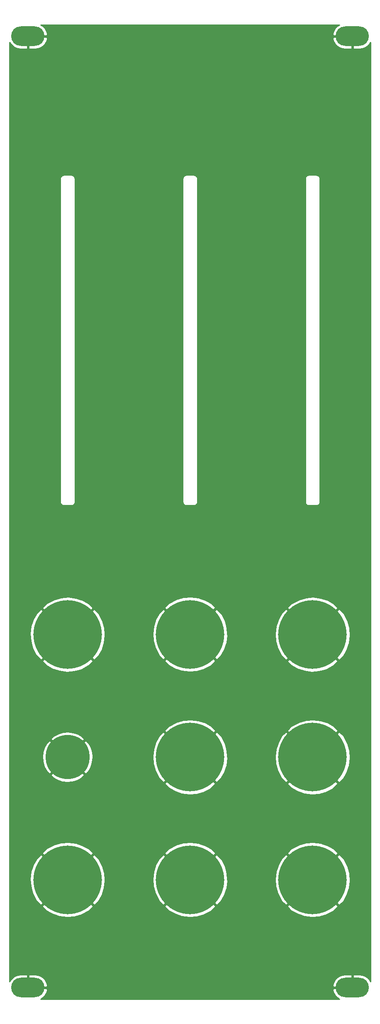
<source format=gtl>
G04 #@! TF.GenerationSoftware,KiCad,Pcbnew,6.0.1-79c1e3a40b~116~ubuntu20.04.1*
G04 #@! TF.CreationDate,2022-01-29T19:49:55-05:00*
G04 #@! TF.ProjectId,attenuverters_panel,61747465-6e75-4766-9572-746572735f70,rev?*
G04 #@! TF.SameCoordinates,Original*
G04 #@! TF.FileFunction,Copper,L1,Top*
G04 #@! TF.FilePolarity,Positive*
%FSLAX46Y46*%
G04 Gerber Fmt 4.6, Leading zero omitted, Abs format (unit mm)*
G04 Created by KiCad (PCBNEW 6.0.1-79c1e3a40b~116~ubuntu20.04.1) date 2022-01-29 19:49:55*
%MOMM*%
%LPD*%
G01*
G04 APERTURE LIST*
G04 #@! TA.AperFunction,ComponentPad*
%ADD10O,6.800000X4.000000*%
G04 #@! TD*
G04 #@! TA.AperFunction,ComponentPad*
%ADD11C,9.000000*%
G04 #@! TD*
G04 #@! TA.AperFunction,ComponentPad*
%ADD12C,14.000000*%
G04 #@! TD*
G04 #@! TA.AperFunction,Conductor*
%ADD13C,0.254000*%
G04 #@! TD*
G04 APERTURE END LIST*
D10*
G04 #@! TO.P,H12,1*
G04 #@! TO.N,GND*
X86700000Y-204600000D03*
X86700000Y-10600000D03*
G04 #@! TD*
D11*
G04 #@! TO.P,H7,1*
G04 #@! TO.N,GND*
X28600000Y-157600000D03*
G04 #@! TD*
D12*
G04 #@! TO.P,H1,1*
G04 #@! TO.N,GND*
X28600000Y-132600000D03*
G04 #@! TD*
D10*
G04 #@! TO.P,H9,1*
G04 #@! TO.N,GND*
X20500000Y-204600000D03*
X20500000Y-10600000D03*
G04 #@! TD*
D12*
G04 #@! TO.P,H2,1*
G04 #@! TO.N,GND*
X28600000Y-182600000D03*
G04 #@! TD*
G04 #@! TO.P,H3,1*
G04 #@! TO.N,GND*
X53600000Y-157600000D03*
G04 #@! TD*
G04 #@! TO.P,H4,1*
G04 #@! TO.N,GND*
X53600000Y-182600000D03*
G04 #@! TD*
G04 #@! TO.P,H5,1*
G04 #@! TO.N,GND*
X78600000Y-157600000D03*
G04 #@! TD*
G04 #@! TO.P,H6,1*
G04 #@! TO.N,GND*
X78600000Y-182600000D03*
G04 #@! TD*
G04 #@! TO.P,H13,1*
G04 #@! TO.N,GND*
X53600000Y-132568200D03*
G04 #@! TD*
G04 #@! TO.P,H14,1*
G04 #@! TO.N,GND*
X78600000Y-132600000D03*
G04 #@! TD*
G04 #@! TO.N,GND*
D13*
X83730475Y-8479635D02*
X83346970Y-8826576D01*
X83038519Y-9241669D01*
X82816975Y-9708962D01*
X82720333Y-10062838D01*
X82827009Y-10473000D01*
X86573000Y-10473000D01*
X86573000Y-10453000D01*
X86827000Y-10453000D01*
X86827000Y-10473000D01*
X86847000Y-10473000D01*
X86847000Y-10727000D01*
X86827000Y-10727000D01*
X86827000Y-13235000D01*
X88227000Y-13235000D01*
X88738623Y-13159593D01*
X89225704Y-12985822D01*
X89669525Y-12720365D01*
X90053030Y-12373424D01*
X90361481Y-11958331D01*
X90415001Y-11845444D01*
X90415000Y-203354554D01*
X90361481Y-203241669D01*
X90053030Y-202826576D01*
X89669525Y-202479635D01*
X89225704Y-202214178D01*
X88738623Y-202040407D01*
X88227000Y-201965000D01*
X86827000Y-201965000D01*
X86827000Y-204473000D01*
X86847000Y-204473000D01*
X86847000Y-204727000D01*
X86827000Y-204727000D01*
X86827000Y-204747000D01*
X86573000Y-204747000D01*
X86573000Y-204727000D01*
X82827009Y-204727000D01*
X82720333Y-205137162D01*
X82816975Y-205491038D01*
X83038519Y-205958331D01*
X83346970Y-206373424D01*
X83730475Y-206720365D01*
X84055888Y-206915000D01*
X23144112Y-206915000D01*
X23469525Y-206720365D01*
X23853030Y-206373424D01*
X24161481Y-205958331D01*
X24383025Y-205491038D01*
X24479667Y-205137162D01*
X24372991Y-204727000D01*
X20627000Y-204727000D01*
X20627000Y-204747000D01*
X20373000Y-204747000D01*
X20373000Y-204727000D01*
X20353000Y-204727000D01*
X20353000Y-204473000D01*
X20373000Y-204473000D01*
X20373000Y-201965000D01*
X20627000Y-201965000D01*
X20627000Y-204473000D01*
X24372991Y-204473000D01*
X24479667Y-204062838D01*
X82720333Y-204062838D01*
X82827009Y-204473000D01*
X86573000Y-204473000D01*
X86573000Y-201965000D01*
X85173000Y-201965000D01*
X84661377Y-202040407D01*
X84174296Y-202214178D01*
X83730475Y-202479635D01*
X83346970Y-202826576D01*
X83038519Y-203241669D01*
X82816975Y-203708962D01*
X82720333Y-204062838D01*
X24479667Y-204062838D01*
X24383025Y-203708962D01*
X24161481Y-203241669D01*
X23853030Y-202826576D01*
X23469525Y-202479635D01*
X23025704Y-202214178D01*
X22538623Y-202040407D01*
X22027000Y-201965000D01*
X20627000Y-201965000D01*
X20373000Y-201965000D01*
X18973000Y-201965000D01*
X18461377Y-202040407D01*
X17974296Y-202214178D01*
X17530475Y-202479635D01*
X17146970Y-202826576D01*
X16838519Y-203241669D01*
X16785000Y-203354554D01*
X16785000Y-188001674D01*
X23377932Y-188001674D01*
X24193908Y-188880530D01*
X25503840Y-189619437D01*
X26932756Y-190088591D01*
X28425743Y-190269963D01*
X29925428Y-190156583D01*
X31374176Y-189752807D01*
X32716314Y-189074153D01*
X33006092Y-188880530D01*
X33822068Y-188001674D01*
X48377932Y-188001674D01*
X49193908Y-188880530D01*
X50503840Y-189619437D01*
X51932756Y-190088591D01*
X53425743Y-190269963D01*
X54925428Y-190156583D01*
X56374176Y-189752807D01*
X57716314Y-189074153D01*
X58006092Y-188880530D01*
X58822068Y-188001674D01*
X73377932Y-188001674D01*
X74193908Y-188880530D01*
X75503840Y-189619437D01*
X76932756Y-190088591D01*
X78425743Y-190269963D01*
X79925428Y-190156583D01*
X81374176Y-189752807D01*
X82716314Y-189074153D01*
X83006092Y-188880530D01*
X83822068Y-188001674D01*
X78600000Y-182779605D01*
X73377932Y-188001674D01*
X58822068Y-188001674D01*
X53600000Y-182779605D01*
X48377932Y-188001674D01*
X33822068Y-188001674D01*
X28600000Y-182779605D01*
X23377932Y-188001674D01*
X16785000Y-188001674D01*
X16785000Y-182425743D01*
X20930037Y-182425743D01*
X21043417Y-183925428D01*
X21447193Y-185374176D01*
X22125847Y-186716314D01*
X22319470Y-187006092D01*
X23198326Y-187822068D01*
X28420395Y-182600000D01*
X28779605Y-182600000D01*
X34001674Y-187822068D01*
X34880530Y-187006092D01*
X35619437Y-185696160D01*
X36088591Y-184267244D01*
X36269963Y-182774257D01*
X36243615Y-182425743D01*
X45930037Y-182425743D01*
X46043417Y-183925428D01*
X46447193Y-185374176D01*
X47125847Y-186716314D01*
X47319470Y-187006092D01*
X48198326Y-187822068D01*
X53420395Y-182600000D01*
X53779605Y-182600000D01*
X59001674Y-187822068D01*
X59880530Y-187006092D01*
X60619437Y-185696160D01*
X61088591Y-184267244D01*
X61269963Y-182774257D01*
X61243615Y-182425743D01*
X70930037Y-182425743D01*
X71043417Y-183925428D01*
X71447193Y-185374176D01*
X72125847Y-186716314D01*
X72319470Y-187006092D01*
X73198326Y-187822068D01*
X78420395Y-182600000D01*
X78779605Y-182600000D01*
X84001674Y-187822068D01*
X84880530Y-187006092D01*
X85619437Y-185696160D01*
X86088591Y-184267244D01*
X86269963Y-182774257D01*
X86156583Y-181274572D01*
X85752807Y-179825824D01*
X85074153Y-178483686D01*
X84880530Y-178193908D01*
X84001674Y-177377932D01*
X78779605Y-182600000D01*
X78420395Y-182600000D01*
X73198326Y-177377932D01*
X72319470Y-178193908D01*
X71580563Y-179503840D01*
X71111409Y-180932756D01*
X70930037Y-182425743D01*
X61243615Y-182425743D01*
X61156583Y-181274572D01*
X60752807Y-179825824D01*
X60074153Y-178483686D01*
X59880530Y-178193908D01*
X59001674Y-177377932D01*
X53779605Y-182600000D01*
X53420395Y-182600000D01*
X48198326Y-177377932D01*
X47319470Y-178193908D01*
X46580563Y-179503840D01*
X46111409Y-180932756D01*
X45930037Y-182425743D01*
X36243615Y-182425743D01*
X36156583Y-181274572D01*
X35752807Y-179825824D01*
X35074153Y-178483686D01*
X34880530Y-178193908D01*
X34001674Y-177377932D01*
X28779605Y-182600000D01*
X28420395Y-182600000D01*
X23198326Y-177377932D01*
X22319470Y-178193908D01*
X21580563Y-179503840D01*
X21111409Y-180932756D01*
X20930037Y-182425743D01*
X16785000Y-182425743D01*
X16785000Y-177198326D01*
X23377932Y-177198326D01*
X28600000Y-182420395D01*
X33822068Y-177198326D01*
X48377932Y-177198326D01*
X53600000Y-182420395D01*
X58822068Y-177198326D01*
X73377932Y-177198326D01*
X78600000Y-182420395D01*
X83822068Y-177198326D01*
X83006092Y-176319470D01*
X81696160Y-175580563D01*
X80267244Y-175111409D01*
X78774257Y-174930037D01*
X77274572Y-175043417D01*
X75825824Y-175447193D01*
X74483686Y-176125847D01*
X74193908Y-176319470D01*
X73377932Y-177198326D01*
X58822068Y-177198326D01*
X58006092Y-176319470D01*
X56696160Y-175580563D01*
X55267244Y-175111409D01*
X53774257Y-174930037D01*
X52274572Y-175043417D01*
X50825824Y-175447193D01*
X49483686Y-176125847D01*
X49193908Y-176319470D01*
X48377932Y-177198326D01*
X33822068Y-177198326D01*
X33006092Y-176319470D01*
X31696160Y-175580563D01*
X30267244Y-175111409D01*
X28774257Y-174930037D01*
X27274572Y-175043417D01*
X25825824Y-175447193D01*
X24483686Y-176125847D01*
X24193908Y-176319470D01*
X23377932Y-177198326D01*
X16785000Y-177198326D01*
X16785000Y-163001674D01*
X48377932Y-163001674D01*
X49193908Y-163880530D01*
X50503840Y-164619437D01*
X51932756Y-165088591D01*
X53425743Y-165269963D01*
X54925428Y-165156583D01*
X56374176Y-164752807D01*
X57716314Y-164074153D01*
X58006092Y-163880530D01*
X58822068Y-163001674D01*
X73377932Y-163001674D01*
X74193908Y-163880530D01*
X75503840Y-164619437D01*
X76932756Y-165088591D01*
X78425743Y-165269963D01*
X79925428Y-165156583D01*
X81374176Y-164752807D01*
X82716314Y-164074153D01*
X83006092Y-163880530D01*
X83822068Y-163001674D01*
X78600000Y-157779605D01*
X73377932Y-163001674D01*
X58822068Y-163001674D01*
X53600000Y-157779605D01*
X48377932Y-163001674D01*
X16785000Y-163001674D01*
X16785000Y-161224971D01*
X25154634Y-161224971D01*
X25670783Y-161847788D01*
X26555768Y-162337630D01*
X27519314Y-162645407D01*
X28524389Y-162759293D01*
X29532370Y-162674910D01*
X30504520Y-162395501D01*
X31403481Y-161931803D01*
X31529217Y-161847788D01*
X32045366Y-161224971D01*
X28600000Y-157779605D01*
X25154634Y-161224971D01*
X16785000Y-161224971D01*
X16785000Y-157524389D01*
X23440707Y-157524389D01*
X23525090Y-158532370D01*
X23804499Y-159504520D01*
X24268197Y-160403481D01*
X24352212Y-160529217D01*
X24975029Y-161045366D01*
X28420395Y-157600000D01*
X28779605Y-157600000D01*
X32224971Y-161045366D01*
X32847788Y-160529217D01*
X33337630Y-159644232D01*
X33645407Y-158680686D01*
X33759293Y-157675611D01*
X33738376Y-157425743D01*
X45930037Y-157425743D01*
X46043417Y-158925428D01*
X46447193Y-160374176D01*
X47125847Y-161716314D01*
X47319470Y-162006092D01*
X48198326Y-162822068D01*
X53420395Y-157600000D01*
X53779605Y-157600000D01*
X59001674Y-162822068D01*
X59880530Y-162006092D01*
X60619437Y-160696160D01*
X61088591Y-159267244D01*
X61269963Y-157774257D01*
X61243615Y-157425743D01*
X70930037Y-157425743D01*
X71043417Y-158925428D01*
X71447193Y-160374176D01*
X72125847Y-161716314D01*
X72319470Y-162006092D01*
X73198326Y-162822068D01*
X78420395Y-157600000D01*
X78779605Y-157600000D01*
X84001674Y-162822068D01*
X84880530Y-162006092D01*
X85619437Y-160696160D01*
X86088591Y-159267244D01*
X86269963Y-157774257D01*
X86156583Y-156274572D01*
X85752807Y-154825824D01*
X85074153Y-153483686D01*
X84880530Y-153193908D01*
X84001674Y-152377932D01*
X78779605Y-157600000D01*
X78420395Y-157600000D01*
X73198326Y-152377932D01*
X72319470Y-153193908D01*
X71580563Y-154503840D01*
X71111409Y-155932756D01*
X70930037Y-157425743D01*
X61243615Y-157425743D01*
X61156583Y-156274572D01*
X60752807Y-154825824D01*
X60074153Y-153483686D01*
X59880530Y-153193908D01*
X59001674Y-152377932D01*
X53779605Y-157600000D01*
X53420395Y-157600000D01*
X48198326Y-152377932D01*
X47319470Y-153193908D01*
X46580563Y-154503840D01*
X46111409Y-155932756D01*
X45930037Y-157425743D01*
X33738376Y-157425743D01*
X33674910Y-156667630D01*
X33395501Y-155695480D01*
X32931803Y-154796519D01*
X32847788Y-154670783D01*
X32224971Y-154154634D01*
X28779605Y-157600000D01*
X28420395Y-157600000D01*
X24975029Y-154154634D01*
X24352212Y-154670783D01*
X23862370Y-155555768D01*
X23554593Y-156519314D01*
X23440707Y-157524389D01*
X16785000Y-157524389D01*
X16785000Y-153975029D01*
X25154634Y-153975029D01*
X28600000Y-157420395D01*
X32045366Y-153975029D01*
X31529217Y-153352212D01*
X30644232Y-152862370D01*
X29680686Y-152554593D01*
X28675611Y-152440707D01*
X27667630Y-152525090D01*
X26695480Y-152804499D01*
X25796519Y-153268197D01*
X25670783Y-153352212D01*
X25154634Y-153975029D01*
X16785000Y-153975029D01*
X16785000Y-152198326D01*
X48377932Y-152198326D01*
X53600000Y-157420395D01*
X58822068Y-152198326D01*
X73377932Y-152198326D01*
X78600000Y-157420395D01*
X83822068Y-152198326D01*
X83006092Y-151319470D01*
X81696160Y-150580563D01*
X80267244Y-150111409D01*
X78774257Y-149930037D01*
X77274572Y-150043417D01*
X75825824Y-150447193D01*
X74483686Y-151125847D01*
X74193908Y-151319470D01*
X73377932Y-152198326D01*
X58822068Y-152198326D01*
X58006092Y-151319470D01*
X56696160Y-150580563D01*
X55267244Y-150111409D01*
X53774257Y-149930037D01*
X52274572Y-150043417D01*
X50825824Y-150447193D01*
X49483686Y-151125847D01*
X49193908Y-151319470D01*
X48377932Y-152198326D01*
X16785000Y-152198326D01*
X16785000Y-138001674D01*
X23377932Y-138001674D01*
X24193908Y-138880530D01*
X25503840Y-139619437D01*
X26932756Y-140088591D01*
X28425743Y-140269963D01*
X29925428Y-140156583D01*
X31374176Y-139752807D01*
X32716314Y-139074153D01*
X33006092Y-138880530D01*
X33822068Y-138001674D01*
X33790269Y-137969874D01*
X48377932Y-137969874D01*
X49193908Y-138848730D01*
X50503840Y-139587637D01*
X51932756Y-140056791D01*
X53425743Y-140238163D01*
X54925428Y-140124783D01*
X56374176Y-139721007D01*
X57716314Y-139042353D01*
X58006092Y-138848730D01*
X58792543Y-138001674D01*
X73377932Y-138001674D01*
X74193908Y-138880530D01*
X75503840Y-139619437D01*
X76932756Y-140088591D01*
X78425743Y-140269963D01*
X79925428Y-140156583D01*
X81374176Y-139752807D01*
X82716314Y-139074153D01*
X83006092Y-138880530D01*
X83822068Y-138001674D01*
X78600000Y-132779605D01*
X73377932Y-138001674D01*
X58792543Y-138001674D01*
X58822068Y-137969874D01*
X53600000Y-132747805D01*
X48377932Y-137969874D01*
X33790269Y-137969874D01*
X28600000Y-132779605D01*
X23377932Y-138001674D01*
X16785000Y-138001674D01*
X16785000Y-132425743D01*
X20930037Y-132425743D01*
X21043417Y-133925428D01*
X21447193Y-135374176D01*
X22125847Y-136716314D01*
X22319470Y-137006092D01*
X23198326Y-137822068D01*
X28420395Y-132600000D01*
X28779605Y-132600000D01*
X34001674Y-137822068D01*
X34880530Y-137006092D01*
X35619437Y-135696160D01*
X36088591Y-134267244D01*
X36269963Y-132774257D01*
X36241211Y-132393943D01*
X45930037Y-132393943D01*
X46043417Y-133893628D01*
X46447193Y-135342376D01*
X47125847Y-136684514D01*
X47319470Y-136974292D01*
X48198326Y-137790268D01*
X53420395Y-132568200D01*
X53779605Y-132568200D01*
X59001674Y-137790268D01*
X59880530Y-136974292D01*
X60619437Y-135664360D01*
X61088591Y-134235444D01*
X61269963Y-132742457D01*
X61246019Y-132425743D01*
X70930037Y-132425743D01*
X71043417Y-133925428D01*
X71447193Y-135374176D01*
X72125847Y-136716314D01*
X72319470Y-137006092D01*
X73198326Y-137822068D01*
X78420395Y-132600000D01*
X78779605Y-132600000D01*
X84001674Y-137822068D01*
X84880530Y-137006092D01*
X85619437Y-135696160D01*
X86088591Y-134267244D01*
X86269963Y-132774257D01*
X86156583Y-131274572D01*
X85752807Y-129825824D01*
X85074153Y-128483686D01*
X84880530Y-128193908D01*
X84001674Y-127377932D01*
X78779605Y-132600000D01*
X78420395Y-132600000D01*
X73198326Y-127377932D01*
X72319470Y-128193908D01*
X71580563Y-129503840D01*
X71111409Y-130932756D01*
X70930037Y-132425743D01*
X61246019Y-132425743D01*
X61156583Y-131242772D01*
X60752807Y-129794024D01*
X60074153Y-128451886D01*
X59880530Y-128162108D01*
X59001674Y-127346132D01*
X53779605Y-132568200D01*
X53420395Y-132568200D01*
X48198326Y-127346132D01*
X47319470Y-128162108D01*
X46580563Y-129472040D01*
X46111409Y-130900956D01*
X45930037Y-132393943D01*
X36241211Y-132393943D01*
X36156583Y-131274572D01*
X35752807Y-129825824D01*
X35074153Y-128483686D01*
X34880530Y-128193908D01*
X34001674Y-127377932D01*
X28779605Y-132600000D01*
X28420395Y-132600000D01*
X23198326Y-127377932D01*
X22319470Y-128193908D01*
X21580563Y-129503840D01*
X21111409Y-130932756D01*
X20930037Y-132425743D01*
X16785000Y-132425743D01*
X16785000Y-127198326D01*
X23377932Y-127198326D01*
X28600000Y-132420395D01*
X33822068Y-127198326D01*
X33792544Y-127166526D01*
X48377932Y-127166526D01*
X53600000Y-132388595D01*
X58790268Y-127198326D01*
X73377932Y-127198326D01*
X78600000Y-132420395D01*
X83822068Y-127198326D01*
X83006092Y-126319470D01*
X81696160Y-125580563D01*
X80267244Y-125111409D01*
X78774257Y-124930037D01*
X77274572Y-125043417D01*
X75825824Y-125447193D01*
X74483686Y-126125847D01*
X74193908Y-126319470D01*
X73377932Y-127198326D01*
X58790268Y-127198326D01*
X58822068Y-127166526D01*
X58006092Y-126287670D01*
X56696160Y-125548763D01*
X55267244Y-125079609D01*
X53774257Y-124898237D01*
X52274572Y-125011617D01*
X50825824Y-125415393D01*
X49483686Y-126094047D01*
X49193908Y-126287670D01*
X48377932Y-127166526D01*
X33792544Y-127166526D01*
X33006092Y-126319470D01*
X31696160Y-125580563D01*
X30267244Y-125111409D01*
X28774257Y-124930037D01*
X27274572Y-125043417D01*
X25825824Y-125447193D01*
X24483686Y-126125847D01*
X24193908Y-126319470D01*
X23377932Y-127198326D01*
X16785000Y-127198326D01*
X16785000Y-39600000D01*
X27101638Y-39600000D01*
X27105001Y-39634145D01*
X27105000Y-105565865D01*
X27101638Y-105600000D01*
X27115057Y-105736244D01*
X27154798Y-105867252D01*
X27219333Y-105987989D01*
X27306183Y-106093817D01*
X27412011Y-106180667D01*
X27532748Y-106245202D01*
X27663756Y-106284943D01*
X27800000Y-106298362D01*
X27834134Y-106295000D01*
X29365866Y-106295000D01*
X29400000Y-106298362D01*
X29536244Y-106284943D01*
X29667252Y-106245202D01*
X29787989Y-106180667D01*
X29893817Y-106093817D01*
X29980667Y-105987989D01*
X30045202Y-105867252D01*
X30084943Y-105736244D01*
X30095000Y-105634135D01*
X30095000Y-105634134D01*
X30098362Y-105600000D01*
X30095000Y-105565865D01*
X30095000Y-39634135D01*
X30098362Y-39600000D01*
X52101638Y-39600000D01*
X52105001Y-39634145D01*
X52105000Y-105565865D01*
X52101638Y-105600000D01*
X52115057Y-105736244D01*
X52154798Y-105867252D01*
X52219333Y-105987989D01*
X52306183Y-106093817D01*
X52412011Y-106180667D01*
X52532748Y-106245202D01*
X52663756Y-106284943D01*
X52800000Y-106298362D01*
X52834134Y-106295000D01*
X54365866Y-106295000D01*
X54400000Y-106298362D01*
X54536244Y-106284943D01*
X54667252Y-106245202D01*
X54787989Y-106180667D01*
X54893817Y-106093817D01*
X54980667Y-105987989D01*
X55045202Y-105867252D01*
X55084943Y-105736244D01*
X55095000Y-105634135D01*
X55095000Y-105634134D01*
X55098362Y-105600000D01*
X55095000Y-105565865D01*
X55095000Y-39634135D01*
X55098362Y-39600000D01*
X77101638Y-39600000D01*
X77105001Y-39634145D01*
X77105000Y-105565865D01*
X77101638Y-105600000D01*
X77115057Y-105736244D01*
X77154798Y-105867252D01*
X77219333Y-105987989D01*
X77306183Y-106093817D01*
X77412011Y-106180667D01*
X77532748Y-106245202D01*
X77663756Y-106284943D01*
X77800000Y-106298362D01*
X77834134Y-106295000D01*
X79365866Y-106295000D01*
X79400000Y-106298362D01*
X79536244Y-106284943D01*
X79667252Y-106245202D01*
X79787989Y-106180667D01*
X79893817Y-106093817D01*
X79980667Y-105987989D01*
X80045202Y-105867252D01*
X80084943Y-105736244D01*
X80095000Y-105634135D01*
X80095000Y-105634134D01*
X80098362Y-105600000D01*
X80095000Y-105565865D01*
X80095000Y-39634135D01*
X80098362Y-39600000D01*
X80084943Y-39463756D01*
X80045202Y-39332748D01*
X79980667Y-39212011D01*
X79893817Y-39106183D01*
X79787989Y-39019333D01*
X79667252Y-38954798D01*
X79536244Y-38915057D01*
X79434135Y-38905000D01*
X79434134Y-38905000D01*
X79400000Y-38901638D01*
X79365865Y-38905000D01*
X77834135Y-38905000D01*
X77800000Y-38901638D01*
X77765866Y-38905000D01*
X77765865Y-38905000D01*
X77663756Y-38915057D01*
X77532748Y-38954798D01*
X77412011Y-39019333D01*
X77306183Y-39106183D01*
X77219333Y-39212011D01*
X77154798Y-39332748D01*
X77115057Y-39463756D01*
X77101638Y-39600000D01*
X55098362Y-39600000D01*
X55084943Y-39463756D01*
X55045202Y-39332748D01*
X54980667Y-39212011D01*
X54893817Y-39106183D01*
X54787989Y-39019333D01*
X54667252Y-38954798D01*
X54536244Y-38915057D01*
X54434135Y-38905000D01*
X54434134Y-38905000D01*
X54400000Y-38901638D01*
X54365865Y-38905000D01*
X52834135Y-38905000D01*
X52800000Y-38901638D01*
X52765866Y-38905000D01*
X52765865Y-38905000D01*
X52663756Y-38915057D01*
X52532748Y-38954798D01*
X52412011Y-39019333D01*
X52306183Y-39106183D01*
X52219333Y-39212011D01*
X52154798Y-39332748D01*
X52115057Y-39463756D01*
X52101638Y-39600000D01*
X30098362Y-39600000D01*
X30084943Y-39463756D01*
X30045202Y-39332748D01*
X29980667Y-39212011D01*
X29893817Y-39106183D01*
X29787989Y-39019333D01*
X29667252Y-38954798D01*
X29536244Y-38915057D01*
X29434135Y-38905000D01*
X29434134Y-38905000D01*
X29400000Y-38901638D01*
X29365865Y-38905000D01*
X27834135Y-38905000D01*
X27800000Y-38901638D01*
X27765866Y-38905000D01*
X27765865Y-38905000D01*
X27663756Y-38915057D01*
X27532748Y-38954798D01*
X27412011Y-39019333D01*
X27306183Y-39106183D01*
X27219333Y-39212011D01*
X27154798Y-39332748D01*
X27115057Y-39463756D01*
X27101638Y-39600000D01*
X16785000Y-39600000D01*
X16785000Y-11845446D01*
X16838519Y-11958331D01*
X17146970Y-12373424D01*
X17530475Y-12720365D01*
X17974296Y-12985822D01*
X18461377Y-13159593D01*
X18973000Y-13235000D01*
X20373000Y-13235000D01*
X20373000Y-10727000D01*
X20627000Y-10727000D01*
X20627000Y-13235000D01*
X22027000Y-13235000D01*
X22538623Y-13159593D01*
X23025704Y-12985822D01*
X23469525Y-12720365D01*
X23853030Y-12373424D01*
X24161481Y-11958331D01*
X24383025Y-11491038D01*
X24479667Y-11137162D01*
X82720333Y-11137162D01*
X82816975Y-11491038D01*
X83038519Y-11958331D01*
X83346970Y-12373424D01*
X83730475Y-12720365D01*
X84174296Y-12985822D01*
X84661377Y-13159593D01*
X85173000Y-13235000D01*
X86573000Y-13235000D01*
X86573000Y-10727000D01*
X82827009Y-10727000D01*
X82720333Y-11137162D01*
X24479667Y-11137162D01*
X24372991Y-10727000D01*
X20627000Y-10727000D01*
X20373000Y-10727000D01*
X20353000Y-10727000D01*
X20353000Y-10473000D01*
X20373000Y-10473000D01*
X20373000Y-10453000D01*
X20627000Y-10453000D01*
X20627000Y-10473000D01*
X24372991Y-10473000D01*
X24479667Y-10062838D01*
X24383025Y-9708962D01*
X24161481Y-9241669D01*
X23853030Y-8826576D01*
X23469525Y-8479635D01*
X23144112Y-8285000D01*
X84055888Y-8285000D01*
X83730475Y-8479635D02*
X84055888Y-8285000D01*
G04 #@! TA.AperFunction,Conductor*
G36*
X83730475Y-8479635D02*
G01*
X83346970Y-8826576D01*
X83038519Y-9241669D01*
X82816975Y-9708962D01*
X82720333Y-10062838D01*
X82827009Y-10473000D01*
X86573000Y-10473000D01*
X86573000Y-10453000D01*
X86827000Y-10453000D01*
X86827000Y-10473000D01*
X86847000Y-10473000D01*
X86847000Y-10727000D01*
X86827000Y-10727000D01*
X86827000Y-13235000D01*
X88227000Y-13235000D01*
X88738623Y-13159593D01*
X89225704Y-12985822D01*
X89669525Y-12720365D01*
X90053030Y-12373424D01*
X90361481Y-11958331D01*
X90415001Y-11845444D01*
X90415000Y-203354554D01*
X90361481Y-203241669D01*
X90053030Y-202826576D01*
X89669525Y-202479635D01*
X89225704Y-202214178D01*
X88738623Y-202040407D01*
X88227000Y-201965000D01*
X86827000Y-201965000D01*
X86827000Y-204473000D01*
X86847000Y-204473000D01*
X86847000Y-204727000D01*
X86827000Y-204727000D01*
X86827000Y-204747000D01*
X86573000Y-204747000D01*
X86573000Y-204727000D01*
X82827009Y-204727000D01*
X82720333Y-205137162D01*
X82816975Y-205491038D01*
X83038519Y-205958331D01*
X83346970Y-206373424D01*
X83730475Y-206720365D01*
X84055888Y-206915000D01*
X23144112Y-206915000D01*
X23469525Y-206720365D01*
X23853030Y-206373424D01*
X24161481Y-205958331D01*
X24383025Y-205491038D01*
X24479667Y-205137162D01*
X24372991Y-204727000D01*
X20627000Y-204727000D01*
X20627000Y-204747000D01*
X20373000Y-204747000D01*
X20373000Y-204727000D01*
X20353000Y-204727000D01*
X20353000Y-204473000D01*
X20373000Y-204473000D01*
X20373000Y-201965000D01*
X20627000Y-201965000D01*
X20627000Y-204473000D01*
X24372991Y-204473000D01*
X24479667Y-204062838D01*
X82720333Y-204062838D01*
X82827009Y-204473000D01*
X86573000Y-204473000D01*
X86573000Y-201965000D01*
X85173000Y-201965000D01*
X84661377Y-202040407D01*
X84174296Y-202214178D01*
X83730475Y-202479635D01*
X83346970Y-202826576D01*
X83038519Y-203241669D01*
X82816975Y-203708962D01*
X82720333Y-204062838D01*
X24479667Y-204062838D01*
X24383025Y-203708962D01*
X24161481Y-203241669D01*
X23853030Y-202826576D01*
X23469525Y-202479635D01*
X23025704Y-202214178D01*
X22538623Y-202040407D01*
X22027000Y-201965000D01*
X20627000Y-201965000D01*
X20373000Y-201965000D01*
X18973000Y-201965000D01*
X18461377Y-202040407D01*
X17974296Y-202214178D01*
X17530475Y-202479635D01*
X17146970Y-202826576D01*
X16838519Y-203241669D01*
X16785000Y-203354554D01*
X16785000Y-188001674D01*
X23377932Y-188001674D01*
X24193908Y-188880530D01*
X25503840Y-189619437D01*
X26932756Y-190088591D01*
X28425743Y-190269963D01*
X29925428Y-190156583D01*
X31374176Y-189752807D01*
X32716314Y-189074153D01*
X33006092Y-188880530D01*
X33822068Y-188001674D01*
X48377932Y-188001674D01*
X49193908Y-188880530D01*
X50503840Y-189619437D01*
X51932756Y-190088591D01*
X53425743Y-190269963D01*
X54925428Y-190156583D01*
X56374176Y-189752807D01*
X57716314Y-189074153D01*
X58006092Y-188880530D01*
X58822068Y-188001674D01*
X73377932Y-188001674D01*
X74193908Y-188880530D01*
X75503840Y-189619437D01*
X76932756Y-190088591D01*
X78425743Y-190269963D01*
X79925428Y-190156583D01*
X81374176Y-189752807D01*
X82716314Y-189074153D01*
X83006092Y-188880530D01*
X83822068Y-188001674D01*
X78600000Y-182779605D01*
X73377932Y-188001674D01*
X58822068Y-188001674D01*
X53600000Y-182779605D01*
X48377932Y-188001674D01*
X33822068Y-188001674D01*
X28600000Y-182779605D01*
X23377932Y-188001674D01*
X16785000Y-188001674D01*
X16785000Y-182425743D01*
X20930037Y-182425743D01*
X21043417Y-183925428D01*
X21447193Y-185374176D01*
X22125847Y-186716314D01*
X22319470Y-187006092D01*
X23198326Y-187822068D01*
X28420395Y-182600000D01*
X28779605Y-182600000D01*
X34001674Y-187822068D01*
X34880530Y-187006092D01*
X35619437Y-185696160D01*
X36088591Y-184267244D01*
X36269963Y-182774257D01*
X36243615Y-182425743D01*
X45930037Y-182425743D01*
X46043417Y-183925428D01*
X46447193Y-185374176D01*
X47125847Y-186716314D01*
X47319470Y-187006092D01*
X48198326Y-187822068D01*
X53420395Y-182600000D01*
X53779605Y-182600000D01*
X59001674Y-187822068D01*
X59880530Y-187006092D01*
X60619437Y-185696160D01*
X61088591Y-184267244D01*
X61269963Y-182774257D01*
X61243615Y-182425743D01*
X70930037Y-182425743D01*
X71043417Y-183925428D01*
X71447193Y-185374176D01*
X72125847Y-186716314D01*
X72319470Y-187006092D01*
X73198326Y-187822068D01*
X78420395Y-182600000D01*
X78779605Y-182600000D01*
X84001674Y-187822068D01*
X84880530Y-187006092D01*
X85619437Y-185696160D01*
X86088591Y-184267244D01*
X86269963Y-182774257D01*
X86156583Y-181274572D01*
X85752807Y-179825824D01*
X85074153Y-178483686D01*
X84880530Y-178193908D01*
X84001674Y-177377932D01*
X78779605Y-182600000D01*
X78420395Y-182600000D01*
X73198326Y-177377932D01*
X72319470Y-178193908D01*
X71580563Y-179503840D01*
X71111409Y-180932756D01*
X70930037Y-182425743D01*
X61243615Y-182425743D01*
X61156583Y-181274572D01*
X60752807Y-179825824D01*
X60074153Y-178483686D01*
X59880530Y-178193908D01*
X59001674Y-177377932D01*
X53779605Y-182600000D01*
X53420395Y-182600000D01*
X48198326Y-177377932D01*
X47319470Y-178193908D01*
X46580563Y-179503840D01*
X46111409Y-180932756D01*
X45930037Y-182425743D01*
X36243615Y-182425743D01*
X36156583Y-181274572D01*
X35752807Y-179825824D01*
X35074153Y-178483686D01*
X34880530Y-178193908D01*
X34001674Y-177377932D01*
X28779605Y-182600000D01*
X28420395Y-182600000D01*
X23198326Y-177377932D01*
X22319470Y-178193908D01*
X21580563Y-179503840D01*
X21111409Y-180932756D01*
X20930037Y-182425743D01*
X16785000Y-182425743D01*
X16785000Y-177198326D01*
X23377932Y-177198326D01*
X28600000Y-182420395D01*
X33822068Y-177198326D01*
X48377932Y-177198326D01*
X53600000Y-182420395D01*
X58822068Y-177198326D01*
X73377932Y-177198326D01*
X78600000Y-182420395D01*
X83822068Y-177198326D01*
X83006092Y-176319470D01*
X81696160Y-175580563D01*
X80267244Y-175111409D01*
X78774257Y-174930037D01*
X77274572Y-175043417D01*
X75825824Y-175447193D01*
X74483686Y-176125847D01*
X74193908Y-176319470D01*
X73377932Y-177198326D01*
X58822068Y-177198326D01*
X58006092Y-176319470D01*
X56696160Y-175580563D01*
X55267244Y-175111409D01*
X53774257Y-174930037D01*
X52274572Y-175043417D01*
X50825824Y-175447193D01*
X49483686Y-176125847D01*
X49193908Y-176319470D01*
X48377932Y-177198326D01*
X33822068Y-177198326D01*
X33006092Y-176319470D01*
X31696160Y-175580563D01*
X30267244Y-175111409D01*
X28774257Y-174930037D01*
X27274572Y-175043417D01*
X25825824Y-175447193D01*
X24483686Y-176125847D01*
X24193908Y-176319470D01*
X23377932Y-177198326D01*
X16785000Y-177198326D01*
X16785000Y-163001674D01*
X48377932Y-163001674D01*
X49193908Y-163880530D01*
X50503840Y-164619437D01*
X51932756Y-165088591D01*
X53425743Y-165269963D01*
X54925428Y-165156583D01*
X56374176Y-164752807D01*
X57716314Y-164074153D01*
X58006092Y-163880530D01*
X58822068Y-163001674D01*
X73377932Y-163001674D01*
X74193908Y-163880530D01*
X75503840Y-164619437D01*
X76932756Y-165088591D01*
X78425743Y-165269963D01*
X79925428Y-165156583D01*
X81374176Y-164752807D01*
X82716314Y-164074153D01*
X83006092Y-163880530D01*
X83822068Y-163001674D01*
X78600000Y-157779605D01*
X73377932Y-163001674D01*
X58822068Y-163001674D01*
X53600000Y-157779605D01*
X48377932Y-163001674D01*
X16785000Y-163001674D01*
X16785000Y-161224971D01*
X25154634Y-161224971D01*
X25670783Y-161847788D01*
X26555768Y-162337630D01*
X27519314Y-162645407D01*
X28524389Y-162759293D01*
X29532370Y-162674910D01*
X30504520Y-162395501D01*
X31403481Y-161931803D01*
X31529217Y-161847788D01*
X32045366Y-161224971D01*
X28600000Y-157779605D01*
X25154634Y-161224971D01*
X16785000Y-161224971D01*
X16785000Y-157524389D01*
X23440707Y-157524389D01*
X23525090Y-158532370D01*
X23804499Y-159504520D01*
X24268197Y-160403481D01*
X24352212Y-160529217D01*
X24975029Y-161045366D01*
X28420395Y-157600000D01*
X28779605Y-157600000D01*
X32224971Y-161045366D01*
X32847788Y-160529217D01*
X33337630Y-159644232D01*
X33645407Y-158680686D01*
X33759293Y-157675611D01*
X33738376Y-157425743D01*
X45930037Y-157425743D01*
X46043417Y-158925428D01*
X46447193Y-160374176D01*
X47125847Y-161716314D01*
X47319470Y-162006092D01*
X48198326Y-162822068D01*
X53420395Y-157600000D01*
X53779605Y-157600000D01*
X59001674Y-162822068D01*
X59880530Y-162006092D01*
X60619437Y-160696160D01*
X61088591Y-159267244D01*
X61269963Y-157774257D01*
X61243615Y-157425743D01*
X70930037Y-157425743D01*
X71043417Y-158925428D01*
X71447193Y-160374176D01*
X72125847Y-161716314D01*
X72319470Y-162006092D01*
X73198326Y-162822068D01*
X78420395Y-157600000D01*
X78779605Y-157600000D01*
X84001674Y-162822068D01*
X84880530Y-162006092D01*
X85619437Y-160696160D01*
X86088591Y-159267244D01*
X86269963Y-157774257D01*
X86156583Y-156274572D01*
X85752807Y-154825824D01*
X85074153Y-153483686D01*
X84880530Y-153193908D01*
X84001674Y-152377932D01*
X78779605Y-157600000D01*
X78420395Y-157600000D01*
X73198326Y-152377932D01*
X72319470Y-153193908D01*
X71580563Y-154503840D01*
X71111409Y-155932756D01*
X70930037Y-157425743D01*
X61243615Y-157425743D01*
X61156583Y-156274572D01*
X60752807Y-154825824D01*
X60074153Y-153483686D01*
X59880530Y-153193908D01*
X59001674Y-152377932D01*
X53779605Y-157600000D01*
X53420395Y-157600000D01*
X48198326Y-152377932D01*
X47319470Y-153193908D01*
X46580563Y-154503840D01*
X46111409Y-155932756D01*
X45930037Y-157425743D01*
X33738376Y-157425743D01*
X33674910Y-156667630D01*
X33395501Y-155695480D01*
X32931803Y-154796519D01*
X32847788Y-154670783D01*
X32224971Y-154154634D01*
X28779605Y-157600000D01*
X28420395Y-157600000D01*
X24975029Y-154154634D01*
X24352212Y-154670783D01*
X23862370Y-155555768D01*
X23554593Y-156519314D01*
X23440707Y-157524389D01*
X16785000Y-157524389D01*
X16785000Y-153975029D01*
X25154634Y-153975029D01*
X28600000Y-157420395D01*
X32045366Y-153975029D01*
X31529217Y-153352212D01*
X30644232Y-152862370D01*
X29680686Y-152554593D01*
X28675611Y-152440707D01*
X27667630Y-152525090D01*
X26695480Y-152804499D01*
X25796519Y-153268197D01*
X25670783Y-153352212D01*
X25154634Y-153975029D01*
X16785000Y-153975029D01*
X16785000Y-152198326D01*
X48377932Y-152198326D01*
X53600000Y-157420395D01*
X58822068Y-152198326D01*
X73377932Y-152198326D01*
X78600000Y-157420395D01*
X83822068Y-152198326D01*
X83006092Y-151319470D01*
X81696160Y-150580563D01*
X80267244Y-150111409D01*
X78774257Y-149930037D01*
X77274572Y-150043417D01*
X75825824Y-150447193D01*
X74483686Y-151125847D01*
X74193908Y-151319470D01*
X73377932Y-152198326D01*
X58822068Y-152198326D01*
X58006092Y-151319470D01*
X56696160Y-150580563D01*
X55267244Y-150111409D01*
X53774257Y-149930037D01*
X52274572Y-150043417D01*
X50825824Y-150447193D01*
X49483686Y-151125847D01*
X49193908Y-151319470D01*
X48377932Y-152198326D01*
X16785000Y-152198326D01*
X16785000Y-138001674D01*
X23377932Y-138001674D01*
X24193908Y-138880530D01*
X25503840Y-139619437D01*
X26932756Y-140088591D01*
X28425743Y-140269963D01*
X29925428Y-140156583D01*
X31374176Y-139752807D01*
X32716314Y-139074153D01*
X33006092Y-138880530D01*
X33822068Y-138001674D01*
X33790269Y-137969874D01*
X48377932Y-137969874D01*
X49193908Y-138848730D01*
X50503840Y-139587637D01*
X51932756Y-140056791D01*
X53425743Y-140238163D01*
X54925428Y-140124783D01*
X56374176Y-139721007D01*
X57716314Y-139042353D01*
X58006092Y-138848730D01*
X58792543Y-138001674D01*
X73377932Y-138001674D01*
X74193908Y-138880530D01*
X75503840Y-139619437D01*
X76932756Y-140088591D01*
X78425743Y-140269963D01*
X79925428Y-140156583D01*
X81374176Y-139752807D01*
X82716314Y-139074153D01*
X83006092Y-138880530D01*
X83822068Y-138001674D01*
X78600000Y-132779605D01*
X73377932Y-138001674D01*
X58792543Y-138001674D01*
X58822068Y-137969874D01*
X53600000Y-132747805D01*
X48377932Y-137969874D01*
X33790269Y-137969874D01*
X28600000Y-132779605D01*
X23377932Y-138001674D01*
X16785000Y-138001674D01*
X16785000Y-132425743D01*
X20930037Y-132425743D01*
X21043417Y-133925428D01*
X21447193Y-135374176D01*
X22125847Y-136716314D01*
X22319470Y-137006092D01*
X23198326Y-137822068D01*
X28420395Y-132600000D01*
X28779605Y-132600000D01*
X34001674Y-137822068D01*
X34880530Y-137006092D01*
X35619437Y-135696160D01*
X36088591Y-134267244D01*
X36269963Y-132774257D01*
X36241211Y-132393943D01*
X45930037Y-132393943D01*
X46043417Y-133893628D01*
X46447193Y-135342376D01*
X47125847Y-136684514D01*
X47319470Y-136974292D01*
X48198326Y-137790268D01*
X53420395Y-132568200D01*
X53779605Y-132568200D01*
X59001674Y-137790268D01*
X59880530Y-136974292D01*
X60619437Y-135664360D01*
X61088591Y-134235444D01*
X61269963Y-132742457D01*
X61246019Y-132425743D01*
X70930037Y-132425743D01*
X71043417Y-133925428D01*
X71447193Y-135374176D01*
X72125847Y-136716314D01*
X72319470Y-137006092D01*
X73198326Y-137822068D01*
X78420395Y-132600000D01*
X78779605Y-132600000D01*
X84001674Y-137822068D01*
X84880530Y-137006092D01*
X85619437Y-135696160D01*
X86088591Y-134267244D01*
X86269963Y-132774257D01*
X86156583Y-131274572D01*
X85752807Y-129825824D01*
X85074153Y-128483686D01*
X84880530Y-128193908D01*
X84001674Y-127377932D01*
X78779605Y-132600000D01*
X78420395Y-132600000D01*
X73198326Y-127377932D01*
X72319470Y-128193908D01*
X71580563Y-129503840D01*
X71111409Y-130932756D01*
X70930037Y-132425743D01*
X61246019Y-132425743D01*
X61156583Y-131242772D01*
X60752807Y-129794024D01*
X60074153Y-128451886D01*
X59880530Y-128162108D01*
X59001674Y-127346132D01*
X53779605Y-132568200D01*
X53420395Y-132568200D01*
X48198326Y-127346132D01*
X47319470Y-128162108D01*
X46580563Y-129472040D01*
X46111409Y-130900956D01*
X45930037Y-132393943D01*
X36241211Y-132393943D01*
X36156583Y-131274572D01*
X35752807Y-129825824D01*
X35074153Y-128483686D01*
X34880530Y-128193908D01*
X34001674Y-127377932D01*
X28779605Y-132600000D01*
X28420395Y-132600000D01*
X23198326Y-127377932D01*
X22319470Y-128193908D01*
X21580563Y-129503840D01*
X21111409Y-130932756D01*
X20930037Y-132425743D01*
X16785000Y-132425743D01*
X16785000Y-127198326D01*
X23377932Y-127198326D01*
X28600000Y-132420395D01*
X33822068Y-127198326D01*
X33792544Y-127166526D01*
X48377932Y-127166526D01*
X53600000Y-132388595D01*
X58790268Y-127198326D01*
X73377932Y-127198326D01*
X78600000Y-132420395D01*
X83822068Y-127198326D01*
X83006092Y-126319470D01*
X81696160Y-125580563D01*
X80267244Y-125111409D01*
X78774257Y-124930037D01*
X77274572Y-125043417D01*
X75825824Y-125447193D01*
X74483686Y-126125847D01*
X74193908Y-126319470D01*
X73377932Y-127198326D01*
X58790268Y-127198326D01*
X58822068Y-127166526D01*
X58006092Y-126287670D01*
X56696160Y-125548763D01*
X55267244Y-125079609D01*
X53774257Y-124898237D01*
X52274572Y-125011617D01*
X50825824Y-125415393D01*
X49483686Y-126094047D01*
X49193908Y-126287670D01*
X48377932Y-127166526D01*
X33792544Y-127166526D01*
X33006092Y-126319470D01*
X31696160Y-125580563D01*
X30267244Y-125111409D01*
X28774257Y-124930037D01*
X27274572Y-125043417D01*
X25825824Y-125447193D01*
X24483686Y-126125847D01*
X24193908Y-126319470D01*
X23377932Y-127198326D01*
X16785000Y-127198326D01*
X16785000Y-39600000D01*
X27101638Y-39600000D01*
X27105001Y-39634145D01*
X27105000Y-105565865D01*
X27101638Y-105600000D01*
X27115057Y-105736244D01*
X27154798Y-105867252D01*
X27219333Y-105987989D01*
X27306183Y-106093817D01*
X27412011Y-106180667D01*
X27532748Y-106245202D01*
X27663756Y-106284943D01*
X27800000Y-106298362D01*
X27834134Y-106295000D01*
X29365866Y-106295000D01*
X29400000Y-106298362D01*
X29536244Y-106284943D01*
X29667252Y-106245202D01*
X29787989Y-106180667D01*
X29893817Y-106093817D01*
X29980667Y-105987989D01*
X30045202Y-105867252D01*
X30084943Y-105736244D01*
X30095000Y-105634135D01*
X30095000Y-105634134D01*
X30098362Y-105600000D01*
X30095000Y-105565865D01*
X30095000Y-39634135D01*
X30098362Y-39600000D01*
X52101638Y-39600000D01*
X52105001Y-39634145D01*
X52105000Y-105565865D01*
X52101638Y-105600000D01*
X52115057Y-105736244D01*
X52154798Y-105867252D01*
X52219333Y-105987989D01*
X52306183Y-106093817D01*
X52412011Y-106180667D01*
X52532748Y-106245202D01*
X52663756Y-106284943D01*
X52800000Y-106298362D01*
X52834134Y-106295000D01*
X54365866Y-106295000D01*
X54400000Y-106298362D01*
X54536244Y-106284943D01*
X54667252Y-106245202D01*
X54787989Y-106180667D01*
X54893817Y-106093817D01*
X54980667Y-105987989D01*
X55045202Y-105867252D01*
X55084943Y-105736244D01*
X55095000Y-105634135D01*
X55095000Y-105634134D01*
X55098362Y-105600000D01*
X55095000Y-105565865D01*
X55095000Y-39634135D01*
X55098362Y-39600000D01*
X77101638Y-39600000D01*
X77105001Y-39634145D01*
X77105000Y-105565865D01*
X77101638Y-105600000D01*
X77115057Y-105736244D01*
X77154798Y-105867252D01*
X77219333Y-105987989D01*
X77306183Y-106093817D01*
X77412011Y-106180667D01*
X77532748Y-106245202D01*
X77663756Y-106284943D01*
X77800000Y-106298362D01*
X77834134Y-106295000D01*
X79365866Y-106295000D01*
X79400000Y-106298362D01*
X79536244Y-106284943D01*
X79667252Y-106245202D01*
X79787989Y-106180667D01*
X79893817Y-106093817D01*
X79980667Y-105987989D01*
X80045202Y-105867252D01*
X80084943Y-105736244D01*
X80095000Y-105634135D01*
X80095000Y-105634134D01*
X80098362Y-105600000D01*
X80095000Y-105565865D01*
X80095000Y-39634135D01*
X80098362Y-39600000D01*
X80084943Y-39463756D01*
X80045202Y-39332748D01*
X79980667Y-39212011D01*
X79893817Y-39106183D01*
X79787989Y-39019333D01*
X79667252Y-38954798D01*
X79536244Y-38915057D01*
X79434135Y-38905000D01*
X79434134Y-38905000D01*
X79400000Y-38901638D01*
X79365865Y-38905000D01*
X77834135Y-38905000D01*
X77800000Y-38901638D01*
X77765866Y-38905000D01*
X77765865Y-38905000D01*
X77663756Y-38915057D01*
X77532748Y-38954798D01*
X77412011Y-39019333D01*
X77306183Y-39106183D01*
X77219333Y-39212011D01*
X77154798Y-39332748D01*
X77115057Y-39463756D01*
X77101638Y-39600000D01*
X55098362Y-39600000D01*
X55084943Y-39463756D01*
X55045202Y-39332748D01*
X54980667Y-39212011D01*
X54893817Y-39106183D01*
X54787989Y-39019333D01*
X54667252Y-38954798D01*
X54536244Y-38915057D01*
X54434135Y-38905000D01*
X54434134Y-38905000D01*
X54400000Y-38901638D01*
X54365865Y-38905000D01*
X52834135Y-38905000D01*
X52800000Y-38901638D01*
X52765866Y-38905000D01*
X52765865Y-38905000D01*
X52663756Y-38915057D01*
X52532748Y-38954798D01*
X52412011Y-39019333D01*
X52306183Y-39106183D01*
X52219333Y-39212011D01*
X52154798Y-39332748D01*
X52115057Y-39463756D01*
X52101638Y-39600000D01*
X30098362Y-39600000D01*
X30084943Y-39463756D01*
X30045202Y-39332748D01*
X29980667Y-39212011D01*
X29893817Y-39106183D01*
X29787989Y-39019333D01*
X29667252Y-38954798D01*
X29536244Y-38915057D01*
X29434135Y-38905000D01*
X29434134Y-38905000D01*
X29400000Y-38901638D01*
X29365865Y-38905000D01*
X27834135Y-38905000D01*
X27800000Y-38901638D01*
X27765866Y-38905000D01*
X27765865Y-38905000D01*
X27663756Y-38915057D01*
X27532748Y-38954798D01*
X27412011Y-39019333D01*
X27306183Y-39106183D01*
X27219333Y-39212011D01*
X27154798Y-39332748D01*
X27115057Y-39463756D01*
X27101638Y-39600000D01*
X16785000Y-39600000D01*
X16785000Y-11845446D01*
X16838519Y-11958331D01*
X17146970Y-12373424D01*
X17530475Y-12720365D01*
X17974296Y-12985822D01*
X18461377Y-13159593D01*
X18973000Y-13235000D01*
X20373000Y-13235000D01*
X20373000Y-10727000D01*
X20627000Y-10727000D01*
X20627000Y-13235000D01*
X22027000Y-13235000D01*
X22538623Y-13159593D01*
X23025704Y-12985822D01*
X23469525Y-12720365D01*
X23853030Y-12373424D01*
X24161481Y-11958331D01*
X24383025Y-11491038D01*
X24479667Y-11137162D01*
X82720333Y-11137162D01*
X82816975Y-11491038D01*
X83038519Y-11958331D01*
X83346970Y-12373424D01*
X83730475Y-12720365D01*
X84174296Y-12985822D01*
X84661377Y-13159593D01*
X85173000Y-13235000D01*
X86573000Y-13235000D01*
X86573000Y-10727000D01*
X82827009Y-10727000D01*
X82720333Y-11137162D01*
X24479667Y-11137162D01*
X24372991Y-10727000D01*
X20627000Y-10727000D01*
X20373000Y-10727000D01*
X20353000Y-10727000D01*
X20353000Y-10473000D01*
X20373000Y-10473000D01*
X20373000Y-10453000D01*
X20627000Y-10453000D01*
X20627000Y-10473000D01*
X24372991Y-10473000D01*
X24479667Y-10062838D01*
X24383025Y-9708962D01*
X24161481Y-9241669D01*
X23853030Y-8826576D01*
X23469525Y-8479635D01*
X23144112Y-8285000D01*
X84055888Y-8285000D01*
X83730475Y-8479635D01*
G37*
G04 #@! TD.AperFunction*
G04 #@! TD*
M02*

</source>
